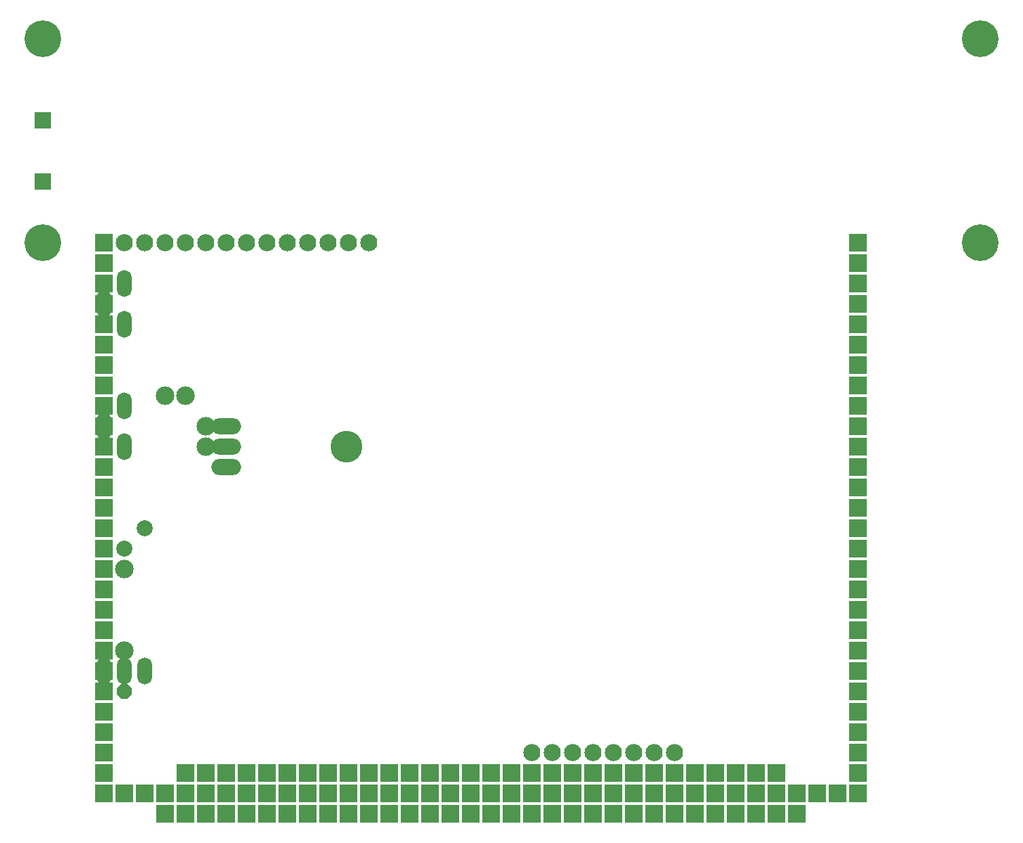
<source format=gbr>
G75*
G70*
%OFA0B0*%
%FSLAX24Y24*%
%IPPOS*%
%LPD*%
%AMOC8*
5,1,8,0,0,1.08239X$1,22.5*
%
%ADD10OC8,0.0720*%
%ADD11O,0.0720X0.1320*%
%ADD12C,0.0912*%
%ADD13C,0.0792*%
%ADD14O,0.1452X0.0792*%
%ADD15C,0.1560*%
%ADD16C,0.0840*%
%ADD17C,0.1800*%
%ADD18C,0.1200*%
%ADD19R,0.0840X0.0840*%
%ADD20R,0.0912X0.0912*%
D10*
X006233Y010671D03*
X014233Y005671D03*
X015233Y005671D03*
X016233Y005671D03*
X017233Y005671D03*
X018233Y005671D03*
X019233Y005671D03*
X020233Y005671D03*
X020233Y004671D03*
X019233Y004671D03*
X018233Y004671D03*
X017233Y004671D03*
X016233Y004671D03*
X015233Y004671D03*
X014233Y004671D03*
X021233Y004671D03*
X021233Y005671D03*
X022233Y005671D03*
X023233Y005671D03*
X024233Y005671D03*
X025233Y005671D03*
X026233Y005671D03*
X027233Y005671D03*
X028233Y005671D03*
X029233Y005671D03*
X030233Y005671D03*
X031233Y005671D03*
X032233Y005671D03*
X033233Y005671D03*
X033233Y004671D03*
X032233Y004671D03*
X031233Y004671D03*
X030233Y004671D03*
X029233Y004671D03*
X028233Y004671D03*
X027233Y004671D03*
X026233Y004671D03*
X025233Y004671D03*
X024233Y004671D03*
X023233Y004671D03*
X022233Y004671D03*
D11*
X007233Y011671D03*
X006233Y011671D03*
X005233Y011671D03*
X006233Y022671D03*
X005233Y023671D03*
X006233Y024671D03*
X006233Y028671D03*
X005233Y029671D03*
X006233Y030671D03*
D12*
X008233Y025171D03*
X009233Y025171D03*
X010233Y023671D03*
X010233Y022671D03*
X006233Y016671D03*
X006233Y012671D03*
D13*
X006233Y017671D03*
X005233Y018671D03*
X007233Y018671D03*
D14*
X011233Y021671D03*
X011233Y022671D03*
X011233Y023671D03*
D15*
X017133Y022671D03*
D16*
X017233Y032671D03*
X016233Y032671D03*
X015233Y032671D03*
X014233Y032671D03*
X013233Y032671D03*
X012233Y032671D03*
X011233Y032671D03*
X010233Y032671D03*
X009233Y032671D03*
X008233Y032671D03*
X007233Y032671D03*
X006233Y032671D03*
X005233Y032671D03*
X018233Y032671D03*
X026233Y007671D03*
X027233Y007671D03*
X028233Y007671D03*
X029233Y007671D03*
X030233Y007671D03*
X031233Y007671D03*
X032233Y007671D03*
X033233Y007671D03*
D17*
X048233Y032671D03*
X048233Y042671D03*
X002233Y042671D03*
X002233Y032671D03*
D18*
X002233Y032671D03*
X002233Y042671D03*
X048233Y042671D03*
X048233Y032671D03*
D19*
X002233Y035671D03*
X002233Y038671D03*
D20*
X005233Y005671D03*
X006233Y005671D03*
X007233Y005671D03*
X008233Y005671D03*
X009233Y005671D03*
X010233Y005671D03*
X011233Y005671D03*
X012233Y005671D03*
X013233Y005671D03*
X014233Y005671D03*
X015233Y005671D03*
X016233Y005671D03*
X017233Y005671D03*
X018233Y005671D03*
X019233Y005671D03*
X020233Y005671D03*
X020233Y004671D03*
X019233Y004671D03*
X018233Y004671D03*
X017233Y004671D03*
X016233Y004671D03*
X015233Y004671D03*
X014233Y004671D03*
X013233Y004671D03*
X012233Y004671D03*
X011233Y004671D03*
X010233Y004671D03*
X009233Y004671D03*
X008233Y004671D03*
X009233Y006671D03*
X010233Y006671D03*
X011233Y006671D03*
X012233Y006671D03*
X013233Y006671D03*
X014233Y006671D03*
X015233Y006671D03*
X016233Y006671D03*
X017233Y006671D03*
X018233Y006671D03*
X019233Y006671D03*
X020233Y006671D03*
X021233Y006671D03*
X022233Y006671D03*
X023233Y006671D03*
X024233Y006671D03*
X025233Y006671D03*
X026233Y006671D03*
X027233Y006671D03*
X028233Y006671D03*
X029233Y006671D03*
X030233Y006671D03*
X031233Y006671D03*
X032233Y006671D03*
X033233Y006671D03*
X034233Y006671D03*
X035233Y006671D03*
X036233Y006671D03*
X037233Y006671D03*
X038233Y006671D03*
X038233Y005671D03*
X037233Y005671D03*
X036233Y005671D03*
X035233Y005671D03*
X034233Y005671D03*
X033233Y005671D03*
X032233Y005671D03*
X031233Y005671D03*
X030233Y005671D03*
X029233Y005671D03*
X028233Y005671D03*
X027233Y005671D03*
X026233Y005671D03*
X025233Y005671D03*
X024233Y005671D03*
X023233Y005671D03*
X022233Y005671D03*
X021233Y005671D03*
X021233Y004671D03*
X022233Y004671D03*
X023233Y004671D03*
X024233Y004671D03*
X025233Y004671D03*
X026233Y004671D03*
X027233Y004671D03*
X028233Y004671D03*
X029233Y004671D03*
X030233Y004671D03*
X031233Y004671D03*
X032233Y004671D03*
X033233Y004671D03*
X034233Y004671D03*
X035233Y004671D03*
X036233Y004671D03*
X037233Y004671D03*
X038233Y004671D03*
X039233Y004671D03*
X039233Y005671D03*
X040233Y005671D03*
X041233Y005671D03*
X042233Y005671D03*
X042233Y006671D03*
X042233Y007671D03*
X042233Y008671D03*
X042233Y009671D03*
X042233Y010671D03*
X042233Y011671D03*
X042233Y012671D03*
X042233Y013671D03*
X042233Y014671D03*
X042233Y015671D03*
X042233Y016671D03*
X042233Y017671D03*
X042233Y018671D03*
X042233Y019671D03*
X042233Y020671D03*
X042233Y021671D03*
X042233Y022671D03*
X042233Y023671D03*
X042233Y024671D03*
X042233Y025671D03*
X042233Y026671D03*
X042233Y027671D03*
X042233Y028671D03*
X042233Y029671D03*
X042233Y030671D03*
X042233Y031671D03*
X042233Y032671D03*
X005233Y032671D03*
X005233Y031671D03*
X005233Y030671D03*
X005233Y029671D03*
X005233Y028671D03*
X005233Y027671D03*
X005233Y026671D03*
X005233Y025671D03*
X005233Y024671D03*
X005233Y023671D03*
X005233Y022671D03*
X005233Y021671D03*
X005233Y020671D03*
X005233Y019671D03*
X005233Y018671D03*
X005233Y017671D03*
X005233Y016671D03*
X005233Y015671D03*
X005233Y014671D03*
X005233Y013671D03*
X005233Y012671D03*
X005233Y011671D03*
X005233Y010671D03*
X005233Y009671D03*
X005233Y008671D03*
X005233Y007671D03*
X005233Y006671D03*
M02*

</source>
